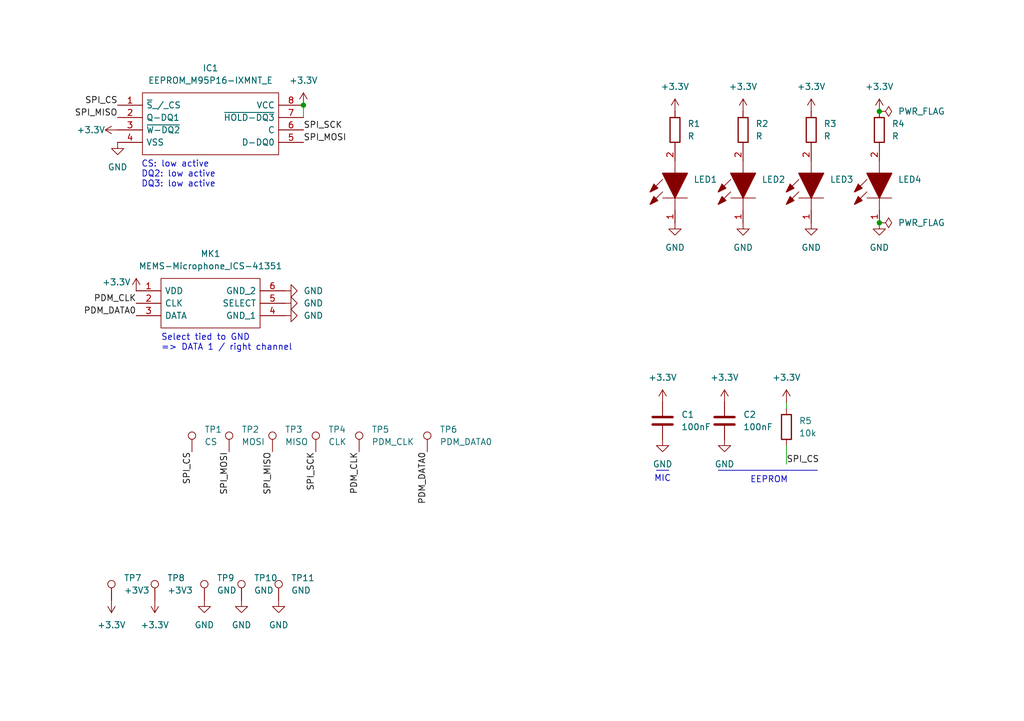
<source format=kicad_sch>
(kicad_sch (version 20231120) (generator "eeschema") (generator_version "8.0")
  (paper "A5")
  (lib_symbols
    (symbol "BAT_Library:EEPROM_M95P16-IXMNT_E" (pin_names (offset 0.762))
      (property "Reference" "IC" (at 34.29 7.62 0))
      (property "Value" "EEPROM_M95P16-IXMNT_E" (at 34.29 5.08 0))
      (symbol "EEPROM_M95P16-IXMNT_E_0_0"
        (pin passive line (at 0 -2.54 0) (length 5.08) (name "Q-DQ1") (number "2"))
        (pin passive line (at 0 -5.08 0) (length 5.08) (name "~{W-DQ2}") (number "3"))
        (pin passive line (at 0 -7.62 0) (length 5.08) (name "VSS") (number "4"))
        (pin passive line (at 38.1 -7.62 180) (length 5.08) (name "D-DQ0") (number "5"))
        (pin passive line (at 38.1 -5.08 180) (length 5.08) (name "C") (number "6"))
        (pin passive line (at 38.1 -2.54 180) (length 5.08) (name "~{HOLD-DQ3}") (number "7"))
        (pin passive line (at 38.1 0 180) (length 5.08) (name "VCC") (number "8"))
      )
      (symbol "EEPROM_M95P16-IXMNT_E_0_1"
        (polyline (pts (xy 5.08 2.54) (xy 33.02 2.54) (xy 33.02 -10.16) (xy 5.08 -10.16) (xy 5.08 2.54)) (stroke (width 0.1524)))
      )
      (symbol "EEPROM_M95P16-IXMNT_E_1_0"
        (pin passive line (at 0 0 0) (length 5.08) (name "~{S}_/_CS") (number "1"))
      )
    )
    (symbol "BAT_Library:LED_XZCM2CRK53WA-8VF" (pin_names (offset 0.762))
      (property "Reference" "LED" (at 12.7 8.89 0))
      (property "Value" "LED_XZCM2CRK53WA-8VF" (at 12.7 6.35 0))
      (symbol "LED_XZCM2CRK53WA-8VF_0_0"
        (pin passive line (at 0 0 0) (length 2.54) (name "~") (number "1"))
        (pin passive line (at 15.24 0 180) (length 2.54) (name "~") (number "2"))
      )
      (symbol "LED_XZCM2CRK53WA-8VF_0_1"
        (polyline (pts (xy 2.54 0) (xy 5.08 0)) (stroke (width 0.1524)))
        (polyline (pts (xy 5.08 2.54) (xy 5.08 -2.54)) (stroke (width 0.1524)))
        (polyline (pts (xy 6.35 2.54) (xy 3.81 5.08)) (stroke (width 0.1524)))
        (polyline (pts (xy 8.89 2.54) (xy 6.35 5.08)) (stroke (width 0.1524)))
        (polyline (pts (xy 10.16 0) (xy 12.7 0)) (stroke (width 0.1524)))
        (polyline (pts (xy 5.08 0) (xy 10.16 2.54) (xy 10.16 -2.54) (xy 5.08 0)) (stroke (width 0.254)) (fill (type outline)))
        (polyline (pts (xy 5.334 4.318) (xy 4.572 3.556) (xy 3.81 5.08) (xy 5.334 4.318)) (stroke (width 0.254)) (fill (type outline)))
        (polyline (pts (xy 7.874 4.318) (xy 7.112 3.556) (xy 6.35 5.08) (xy 7.874 4.318)) (stroke (width 0.254)) (fill (type outline)))
      )
    )
    (symbol "BAT_Library:MEMS-Microphone_ICS-41351" (pin_names (offset 0.762))
      (property "Reference" "MK" (at 26.67 7.62 0))
      (property "Value" "MEMS-Microphone_ICS-41351" (at 26.67 5.08 0))
      (symbol "MEMS-Microphone_ICS-41351_0_0"
        (pin passive line (at 0 0 0) (length 5.08) (name "VDD") (number "1"))
        (pin passive line (at 0 -2.54 0) (length 5.08) (name "CLK") (number "2"))
        (pin passive line (at 0 -5.08 0) (length 5.08) (name "DATA") (number "3"))
        (pin passive line (at 30.48 -5.08 180) (length 5.08) (name "GND_1") (number "4"))
        (pin passive line (at 30.48 -2.54 180) (length 5.08) (name "SELECT") (number "5"))
        (pin passive line (at 30.48 0 180) (length 5.08) (name "GND_2") (number "6"))
      )
      (symbol "MEMS-Microphone_ICS-41351_0_1"
        (polyline (pts (xy 5.08 2.54) (xy 25.4 2.54) (xy 25.4 -7.62) (xy 5.08 -7.62) (xy 5.08 2.54)) (stroke (width 0.1524)))
      )
    )
    (symbol "BAT_Library:TestPoint" (pin_numbers hide) (pin_names (offset 0.762) hide)
      (property "Reference" "TP" (at 0 6.858 0))
      (property "Value" "TestPoint" (at 0 5.08 0))
      (symbol "TestPoint_0_1"
        (circle (center 0 3.302) (radius 0.762))
      )
      (symbol "TestPoint_1_1"
        (pin passive line (at 0 0 90) (length 2.54) (name "1") (number "1"))
      )
    )
    (symbol "Device:C" (pin_numbers hide) (pin_names (offset 0.254))
      (property "Reference" "C" (at 0.635 2.54 0))
      (property "Value" "C" (at 0.635 -2.54 0))
      (symbol "C_0_1"
        (polyline (pts (xy -2.032 -0.762) (xy 2.032 -0.762)) (stroke (width 0.508)))
        (polyline (pts (xy -2.032 0.762) (xy 2.032 0.762)) (stroke (width 0.508)))
      )
      (symbol "C_1_1"
        (pin passive line (at 0 3.81 270) (length 2.794) (name "~") (number "1"))
        (pin passive line (at 0 -3.81 90) (length 2.794) (name "~") (number "2"))
      )
    )
    (symbol "Device:R" (pin_numbers hide) (pin_names (offset 0))
      (property "Reference" "R" (at 2.032 0 90))
      (property "Value" "R" (at 0 0 90))
      (symbol "R_0_1"
        (rectangle (start -1.016 -2.54) (end 1.016 2.54) (stroke (width 0.254)))
      )
      (symbol "R_1_1"
        (pin passive line (at 0 3.81 270) (length 1.27) (name "~") (number "1"))
        (pin passive line (at 0 -3.81 90) (length 1.27) (name "~") (number "2"))
      )
    )
    (symbol "power:+3.3V" (power) (pin_numbers hide) (pin_names (offset 0) hide)
      (property "Value" "+3.3V" (at 0 3.556 0))
      (symbol "+3.3V_0_1"
        (polyline (pts (xy -0.762 1.27) (xy 0 2.54)))
        (polyline (pts (xy 0 0) (xy 0 2.54)))
        (polyline (pts (xy 0 2.54) (xy 0.762 1.27)))
      )
      (symbol "+3.3V_1_1"
        (pin power_in line (at 0 0 90) (length 0) (name "~") (number "1"))
      )
    )
    (symbol "power:GND" (power) (pin_numbers hide) (pin_names (offset 0) hide)
      (property "Value" "GND" (at 0 -3.81 0))
      (symbol "GND_0_1"
        (polyline (pts (xy 0 0) (xy 0 -1.27) (xy 1.27 -1.27) (xy 0 -2.54) (xy -1.27 -1.27) (xy 0 -1.27)))
      )
      (symbol "GND_1_1"
        (pin power_in line (at 0 0 270) (length 0) (name "~") (number "1"))
      )
    )
    (symbol "power:PWR_FLAG" (power) (pin_numbers hide) (pin_names (offset 0) hide)
      (property "Value" "PWR_FLAG" (at 0 3.81 0))
      (symbol "PWR_FLAG_0_0"
        (pin power_out line (at 0 0 90) (length 0) (name "~") (number "1"))
      )
      (symbol "PWR_FLAG_0_1"
        (polyline (pts (xy 0 0) (xy 0 1.27) (xy -1.016 1.905) (xy 0 2.54) (xy 1.016 1.905) (xy 0 1.27)))
      )
    )
  )
  (junction (at 62.23 21.59))
  (junction (at 180.34 22.86))
  (junction (at 180.34 45.72))
  (wire (pts (xy 161.29 95.25) (xy 161.29 91.44)))
  (wire (pts (xy 161.29 82.55) (xy 161.29 83.82)))
  (wire (pts (xy 62.23 21.59) (xy 62.23 24.13)))
  (polyline (pts (xy 134.62 96.52) (xy 137.16 96.52)))
  (polyline (pts (xy 147.32 96.52) (xy 167.64 96.52)))
  (text "Select tied to GND\n=> DATA 1 / right channel" (at 33.02 70.358 0) (effects (font (size 1.27 1.27)) (justify left)))
  (text "MIC" (at 135.89 98.298 0) (effects (font (size 1.27 1.27))))
  (text "CS: low active\nDQ2: low active\nDQ3: low active" (at 28.956 35.814 0) (effects (font (size 1.27 1.27)) (justify left)))
  (text "EEPROM" (at 157.734 98.552 0) (effects (font (size 1.27 1.27))))
  (label "PDM_DATA0" (at 87.63 92.71 270))
  (label "SPI_MISO" (at 24.13 24.13 180))
  (label "SPI_CS" (at 161.29 95.25 0))
  (label "SPI_MISO" (at 55.88 92.71 270))
  (label "SPI_SCK" (at 62.23 26.67 0))
  (label "SPI_MOSI" (at 46.99 92.71 270))
  (label "PDM_CLK" (at 73.66 92.71 270))
  (label "SPI_MOSI" (at 62.23 29.21 0))
  (label "SPI_CS" (at 39.37 92.71 270))
  (label "PDM_CLK" (at 27.94 62.23 180))
  (label "SPI_CS" (at 24.13 21.59 180))
  (label "SPI_SCK" (at 64.77 92.71 270))
  (label "PDM_DATA0" (at 27.94 64.77 180))
  (symbol (lib_id "BAT_Library:TestPoint") (at 87.63 92.71 0) (unit 1)
    (property "Reference" "TP6" (at 90.17 88.1379 0) (effects (justify left)))
    (property "Value" "PDM_DATA0" (at 90.17 90.6779 0) (effects (justify left)))
    (property "Footprint" "footprints:TestPoint_Pad_1.5x1.5mm" (effects (hide yes)))
    (property "Description" "test point" (effects (hide yes)))
  )
  (symbol (lib_id "power:GND") (at 166.37 45.72 0) (unit 1)
    (property "Reference" "#PWR010" (effects (hide yes)))
    (property "Value" "GND" (at 166.37 50.8 0))
    (property "Description" "Power symbol creates a global label with name \"GND\" , ground" (effects (hide yes)))
  )
  (symbol (lib_id "power:GND") (at 138.43 45.72 0) (unit 1)
    (property "Reference" "#PWR08" (effects (hide yes)))
    (property "Value" "GND" (at 138.43 50.8 0))
    (property "Description" "Power symbol creates a global label with name \"GND\" , ground" (effects (hide yes)))
  )
  (symbol (lib_id "power:+3.3V") (at 180.34 22.86 0) (unit 1)
    (property "Reference" "#PWR05" (effects (hide yes)))
    (property "Value" "+3.3V" (at 180.34 17.78 0))
    (property "Description" "Power symbol creates a global label with name \"+3.3V\"" (effects (hide yes)))
  )
  (symbol (lib_id "power:GND") (at 180.34 45.72 0) (unit 1)
    (property "Reference" "#PWR011" (effects (hide yes)))
    (property "Value" "GND" (at 180.34 50.8 0))
    (property "Description" "Power symbol creates a global label with name \"GND\" , ground" (effects (hide yes)))
  )
  (symbol (lib_id "power:GND") (at 58.42 64.77 90) (unit 1)
    (property "Reference" "#PWR015" (effects (hide yes)))
    (property "Value" "GND" (at 62.23 64.7699 90) (effects (justify right)))
    (property "Description" "Power symbol creates a global label with name \"GND\" , ground" (effects (hide yes)))
  )
  (symbol (lib_id "BAT_Library:TestPoint") (at 22.86 123.19 0) (unit 1)
    (property "Reference" "TP7" (at 25.4 118.6179 0) (effects (justify left)))
    (property "Value" "+3V3" (at 25.4 121.1579 0) (effects (justify left)))
    (property "Footprint" "footprints:TestPoint_Pad_1.5x1.5mm" (effects (hide yes)))
    (property "Description" "test point" (effects (hide yes)))
  )
  (symbol (lib_id "BAT_Library:LED_XZCM2CRK53WA-8VF") (at 180.34 45.72 90) (unit 1)
    (property "Reference" "LED4" (at 184.15 36.8299 90) (effects (justify right)))
    (property "Value" "LED_XZCM2CRK53WA-8VF" (effects (hide yes)))
    (property "Footprint" "footprints:LEDM168X110N" (effects (hide yes)))
    (property "Datasheet" "https://datasheet.datasheetarchive.com/originals/distributors/Datasheets_SAMA/e996e994ade8bc327c2da19cfbdeeadc.pdf" (effects (hide yes)))
    (property "Description" "1.6X0.8MM LC RED PIXSOLED DOME S" (effects (hide yes)))
    (property "Height" "1.1" (effects (hide yes)))
    (property "Manufacturer_Name" "SunLED" (effects (hide yes)))
    (property "Manufacturer_Part_Number" "XZCM2CRK53WA-8VF" (effects (hide yes)))
  )
  (symbol (lib_id "power:GND") (at 49.53 123.19 0) (unit 1)
    (property "Reference" "#PWR024" (effects (hide yes)))
    (property "Value" "GND" (at 49.53 128.27 0))
    (property "Description" "Power symbol creates a global label with name \"GND\" , ground" (effects (hide yes)))
  )
  (symbol (lib_id "BAT_Library:TestPoint") (at 73.66 92.71 0) (unit 1)
    (property "Reference" "TP5" (at 76.2 88.1379 0) (effects (justify left)))
    (property "Value" "PDM_CLK" (at 76.2 90.6779 0) (effects (justify left)))
    (property "Footprint" "footprints:TestPoint_Pad_1.5x1.5mm" (effects (hide yes)))
    (property "Description" "test point" (effects (hide yes)))
  )
  (symbol (lib_id "BAT_Library:LED_XZCM2CRK53WA-8VF") (at 152.4 45.72 90) (unit 1)
    (property "Reference" "LED2" (at 156.21 36.8299 90) (effects (justify right)))
    (property "Value" "LED_XZCM2CRK53WA-8VF" (effects (hide yes)))
    (property "Footprint" "footprints:LEDM168X110N" (effects (hide yes)))
    (property "Datasheet" "https://datasheet.datasheetarchive.com/originals/distributors/Datasheets_SAMA/e996e994ade8bc327c2da19cfbdeeadc.pdf" (effects (hide yes)))
    (property "Description" "1.6X0.8MM LC RED PIXSOLED DOME S" (effects (hide yes)))
    (property "Height" "1.1" (effects (hide yes)))
    (property "Manufacturer_Name" "SunLED" (effects (hide yes)))
    (property "Manufacturer_Part_Number" "XZCM2CRK53WA-8VF" (effects (hide yes)))
  )
  (symbol (lib_id "Device:R") (at 152.4 26.67 0) (unit 1)
    (property "Reference" "R2" (at 154.94 25.3999 0) (effects (justify left)))
    (property "Value" "R" (at 154.94 27.9399 0) (effects (justify left)))
    (property "Footprint" "Resistor_SMD:R_0603_1608Metric_Pad0.98x0.95mm_HandSolder" (effects (hide yes)))
    (property "Description" "Resistor" (effects (hide yes)))
  )
  (symbol (lib_id "power:PWR_FLAG") (at 180.34 22.86 270) (unit 1)
    (property "Reference" "#FLG01" (effects (hide yes)))
    (property "Value" "PWR_FLAG" (at 184.15 22.8599 90) (effects (justify left)))
    (property "Description" "Special symbol for telling ERC where power comes from" (effects (hide yes)))
  )
  (symbol (lib_id "Device:C") (at 135.89 86.36 0) (unit 1)
    (property "Reference" "C1" (at 139.7 85.0899 0) (effects (justify left)))
    (property "Value" "100nF" (at 139.7 87.6299 0) (effects (justify left)))
    (property "Footprint" "Capacitor_SMD:C_0603_1608Metric_Pad1.08x0.95mm_HandSolder" (effects (hide yes)))
    (property "Description" "Unpolarized capacitor" (effects (hide yes)))
  )
  (symbol (lib_id "power:+3.3V") (at 152.4 22.86 0) (unit 1)
    (property "Reference" "#PWR03" (effects (hide yes)))
    (property "Value" "+3.3V" (at 152.4 17.78 0))
    (property "Description" "Power symbol creates a global label with name \"+3.3V\"" (effects (hide yes)))
  )
  (symbol (lib_id "power:GND") (at 135.89 90.17 0) (unit 1)
    (property "Reference" "#PWR019" (effects (hide yes)))
    (property "Value" "GND" (at 135.89 95.25 0))
    (property "Description" "Power symbol creates a global label with name \"GND\" , ground" (effects (hide yes)))
  )
  (symbol (lib_id "BAT_Library:LED_XZCM2CRK53WA-8VF") (at 138.43 45.72 90) (unit 1)
    (property "Reference" "LED1" (at 142.24 36.8299 90) (effects (justify right)))
    (property "Value" "LED_XZCM2CRK53WA-8VF" (effects (hide yes)))
    (property "Footprint" "footprints:LEDM168X110N" (effects (hide yes)))
    (property "Datasheet" "https://datasheet.datasheetarchive.com/originals/distributors/Datasheets_SAMA/e996e994ade8bc327c2da19cfbdeeadc.pdf" (effects (hide yes)))
    (property "Description" "1.6X0.8MM LC RED PIXSOLED DOME S" (effects (hide yes)))
    (property "Height" "1.1" (effects (hide yes)))
    (property "Manufacturer_Name" "SunLED" (effects (hide yes)))
    (property "Manufacturer_Part_Number" "XZCM2CRK53WA-8VF" (effects (hide yes)))
  )
  (symbol (lib_id "BAT_Library:TestPoint") (at 41.91 123.19 0) (unit 1)
    (property "Reference" "TP9" (at 44.45 118.6179 0) (effects (justify left)))
    (property "Value" "GND" (at 44.45 121.1579 0) (effects (justify left)))
    (property "Footprint" "footprints:TestPoint_Pad_1.5x1.5mm" (effects (hide yes)))
    (property "Description" "test point" (effects (hide yes)))
  )
  (symbol (lib_id "power:GND") (at 58.42 62.23 90) (unit 1)
    (property "Reference" "#PWR014" (effects (hide yes)))
    (property "Value" "GND" (at 62.23 62.2299 90) (effects (justify right)))
    (property "Description" "Power symbol creates a global label with name \"GND\" , ground" (effects (hide yes)))
  )
  (symbol (lib_id "BAT_Library:TestPoint") (at 46.99 92.71 0) (unit 1)
    (property "Reference" "TP2" (at 49.53 88.1379 0) (effects (justify left)))
    (property "Value" "MOSI" (at 49.53 90.6779 0) (effects (justify left)))
    (property "Footprint" "footprints:TestPoint_Pad_1.5x1.5mm" (effects (hide yes)))
    (property "Description" "test point" (effects (hide yes)))
  )
  (symbol (lib_id "Device:R") (at 161.29 87.63 0) (unit 1)
    (property "Reference" "R5" (at 163.83 86.3599 0) (effects (justify left)))
    (property "Value" "10k" (at 163.83 88.8999 0) (effects (justify left)))
    (property "Footprint" "Resistor_SMD:R_0603_1608Metric_Pad0.98x0.95mm_HandSolder" (effects (hide yes)))
    (property "Description" "Resistor" (effects (hide yes)))
  )
  (symbol (lib_id "BAT_Library:EEPROM_M95P16-IXMNT_E") (at 24.13 21.59 0) (unit 1)
    (property "Reference" "IC1" (at 43.18 13.97 0))
    (property "Value" "EEPROM_M95P16-IXMNT_E" (at 43.18 16.51 0))
    (property "Footprint" "footprints:EEPROM_SOIC127P600X175-8L" (effects (hide yes)))
    (property "Datasheet" "https://www.st.com/resource/en/datasheet/m95p16-i.pdf" (effects (hide yes)))
    (property "Description" "Ultra low-power 16 Mbit Serial SPI Page EEPROM" (effects (hide yes)))
    (property "Height" "1.75" (effects (hide yes)))
    (property "Mouser Part Number" "511-M95P16-IXMNT/E" (effects (hide yes)))
    (property "Mouser Price/Stock" "https://www.mouser.co.uk/ProductDetail/STMicroelectronics/M95P16-IXMNT-E?qs=rQFj71Wb1eV9LflyHvgrDg%3D%3D" (effects (hide yes)))
    (property "Manufacturer_Name" "STMicroelectronics" (effects (hide yes)))
    (property "Manufacturer_Part_Number" "M95P16-IXMNT/E" (effects (hide yes)))
  )
  (symbol (lib_id "power:+3.3V") (at 161.29 82.55 0) (unit 1)
    (property "Reference" "#PWR018" (effects (hide yes)))
    (property "Value" "+3.3V" (at 161.29 77.47 0))
    (property "Description" "Power symbol creates a global label with name \"+3.3V\"" (effects (hide yes)))
  )
  (symbol (lib_id "power:+3.3V") (at 62.23 21.59 0) (unit 1)
    (property "Reference" "#PWR01" (effects (hide yes)))
    (property "Value" "+3.3V" (at 62.23 16.51 0))
    (property "Description" "Power symbol creates a global label with name \"+3.3V\"" (effects (hide yes)))
  )
  (symbol (lib_id "BAT_Library:TestPoint") (at 55.88 92.71 0) (unit 1)
    (property "Reference" "TP3" (at 58.42 88.1379 0) (effects (justify left)))
    (property "Value" "MISO" (at 58.42 90.6779 0) (effects (justify left)))
    (property "Footprint" "footprints:TestPoint_Pad_1.5x1.5mm" (effects (hide yes)))
    (property "Description" "test point" (effects (hide yes)))
  )
  (symbol (lib_id "power:+3.3V") (at 31.75 123.19 180) (unit 1)
    (property "Reference" "#PWR022" (effects (hide yes)))
    (property "Value" "+3.3V" (at 31.75 128.27 0))
    (property "Description" "Power symbol creates a global label with name \"+3.3V\"" (effects (hide yes)))
  )
  (symbol (lib_id "power:+3.3V") (at 166.37 22.86 0) (unit 1)
    (property "Reference" "#PWR04" (effects (hide yes)))
    (property "Value" "+3.3V" (at 166.37 17.78 0))
    (property "Description" "Power symbol creates a global label with name \"+3.3V\"" (effects (hide yes)))
  )
  (symbol (lib_id "Device:C") (at 148.59 86.36 0) (unit 1)
    (property "Reference" "C2" (at 152.4 85.0899 0) (effects (justify left)))
    (property "Value" "100nF" (at 152.4 87.6299 0) (effects (justify left)))
    (property "Footprint" "Capacitor_SMD:C_0603_1608Metric_Pad1.08x0.95mm_HandSolder" (effects (hide yes)))
    (property "Description" "Unpolarized capacitor" (effects (hide yes)))
  )
  (symbol (lib_id "BAT_Library:TestPoint") (at 31.75 123.19 0) (unit 1)
    (property "Reference" "TP8" (at 34.29 118.6179 0) (effects (justify left)))
    (property "Value" "+3V3" (at 34.29 121.1579 0) (effects (justify left)))
    (property "Footprint" "footprints:TestPoint_Pad_1.5x1.5mm" (effects (hide yes)))
    (property "Description" "test point" (effects (hide yes)))
  )
  (symbol (lib_id "Device:R") (at 180.34 26.67 0) (unit 1)
    (property "Reference" "R4" (at 182.88 25.3999 0) (effects (justify left)))
    (property "Value" "R" (at 182.88 27.9399 0) (effects (justify left)))
    (property "Footprint" "Resistor_SMD:R_0603_1608Metric_Pad0.98x0.95mm_HandSolder" (effects (hide yes)))
    (property "Description" "Resistor" (effects (hide yes)))
  )
  (symbol (lib_id "power:GND") (at 24.13 29.21 0) (unit 1)
    (property "Reference" "#PWR07" (effects (hide yes)))
    (property "Value" "GND" (at 26.162 34.29 0) (effects (justify right)))
    (property "Description" "Power symbol creates a global label with name \"GND\" , ground" (effects (hide yes)))
  )
  (symbol (lib_id "BAT_Library:LED_XZCM2CRK53WA-8VF") (at 166.37 45.72 90) (unit 1)
    (property "Reference" "LED3" (at 170.18 36.8299 90) (effects (justify right)))
    (property "Value" "LED_XZCM2CRK53WA-8VF" (effects (hide yes)))
    (property "Footprint" "footprints:LEDM168X110N" (effects (hide yes)))
    (property "Datasheet" "https://datasheet.datasheetarchive.com/originals/distributors/Datasheets_SAMA/e996e994ade8bc327c2da19cfbdeeadc.pdf" (effects (hide yes)))
    (property "Description" "1.6X0.8MM LC RED PIXSOLED DOME S" (effects (hide yes)))
    (property "Height" "1.1" (effects (hide yes)))
    (property "Manufacturer_Name" "SunLED" (effects (hide yes)))
    (property "Manufacturer_Part_Number" "XZCM2CRK53WA-8VF" (effects (hide yes)))
  )
  (symbol (lib_id "power:GND") (at 148.59 90.17 0) (unit 1)
    (property "Reference" "#PWR020" (effects (hide yes)))
    (property "Value" "GND" (at 148.59 95.25 0))
    (property "Description" "Power symbol creates a global label with name \"GND\" , ground" (effects (hide yes)))
  )
  (symbol (lib_id "power:GND") (at 41.91 123.19 0) (unit 1)
    (property "Reference" "#PWR023" (effects (hide yes)))
    (property "Value" "GND" (at 41.91 128.27 0))
    (property "Description" "Power symbol creates a global label with name \"GND\" , ground" (effects (hide yes)))
  )
  (symbol (lib_id "power:+3.3V") (at 135.89 82.55 0) (unit 1)
    (property "Reference" "#PWR016" (effects (hide yes)))
    (property "Value" "+3.3V" (at 135.89 77.47 0))
    (property "Description" "Power symbol creates a global label with name \"+3.3V\"" (effects (hide yes)))
  )
  (symbol (lib_id "BAT_Library:MEMS-Microphone_ICS-41351") (at 27.94 59.69 0) (unit 1)
    (property "Reference" "MK1" (at 43.18 52.07 0))
    (property "Value" "MEMS-Microphone_ICS-41351" (at 43.18 54.61 0))
    (property "Footprint" "footprints:MEMS-Mikrofon_ICS41351" (effects (hide yes)))
    (property "Datasheet" "https://product.tdk.com/system/files/dam/doc/product/sw_piezo/mic/mems-mic/data_sheet/ds-000157-ics-41351-v1.1.pdf" (effects (hide yes)))
    (property "Description" "50 Hz ~{} 20 kHz Digital, PDM Microphone MEMS (Silicon) Omnidirectional (-26dB +/-1dB @ 94dB SPL) Solder Pads" (effects (hide yes)))
    (property "Height" "1.08" (effects (hide yes)))
    (property "Mouser Part Number" "410-ICS-41351" (effects (hide yes)))
    (property "Mouser Price/Stock" "https://www.mouser.co.uk/ProductDetail/TDK-InvenSense/ICS-41351?qs=%252B6g0mu59x7LDJ1mBnROZzA%3D%3D" (effects (hide yes)))
    (property "Manufacturer_Name" "TDK" (effects (hide yes)))
    (property "Manufacturer_Part_Number" "ICS-41351" (effects (hide yes)))
  )
  (symbol (lib_id "BAT_Library:TestPoint") (at 57.15 123.19 0) (unit 1)
    (property "Reference" "TP11" (at 59.69 118.6179 0) (effects (justify left)))
    (property "Value" "GND" (at 59.69 121.1579 0) (effects (justify left)))
    (property "Footprint" "footprints:TestPoint_Pad_1.5x1.5mm" (effects (hide yes)))
    (property "Description" "test point" (effects (hide yes)))
  )
  (symbol (lib_id "power:PWR_FLAG") (at 180.34 45.72 270) (unit 1)
    (property "Reference" "#FLG02" (effects (hide yes)))
    (property "Value" "PWR_FLAG" (at 184.15 45.7199 90) (effects (justify left)))
    (property "Description" "Special symbol for telling ERC where power comes from" (effects (hide yes)))
  )
  (symbol (lib_id "power:GND") (at 57.15 123.19 0) (unit 1)
    (property "Reference" "#PWR025" (effects (hide yes)))
    (property "Value" "GND" (at 57.15 128.27 0))
    (property "Description" "Power symbol creates a global label with name \"GND\" , ground" (effects (hide yes)))
  )
  (symbol (lib_id "Device:R") (at 138.43 26.67 0) (unit 1)
    (property "Reference" "R1" (at 140.97 25.3999 0) (effects (justify left)))
    (property "Value" "R" (at 140.97 27.9399 0) (effects (justify left)))
    (property "Footprint" "Resistor_SMD:R_0603_1608Metric_Pad0.98x0.95mm_HandSolder" (effects (hide yes)))
    (property "Description" "Resistor" (effects (hide yes)))
  )
  (symbol (lib_id "power:+3.3V") (at 22.86 123.19 180) (unit 1)
    (property "Reference" "#PWR021" (effects (hide yes)))
    (property "Value" "+3.3V" (at 22.86 128.27 0))
    (property "Description" "Power symbol creates a global label with name \"+3.3V\"" (effects (hide yes)))
  )
  (symbol (lib_id "power:+3.3V") (at 148.59 82.55 0) (unit 1)
    (property "Reference" "#PWR017" (effects (hide yes)))
    (property "Value" "+3.3V" (at 148.59 77.47 0))
    (property "Description" "Power symbol creates a global label with name \"+3.3V\"" (effects (hide yes)))
  )
  (symbol (lib_id "power:GND") (at 152.4 45.72 0) (unit 1)
    (property "Reference" "#PWR09" (effects (hide yes)))
    (property "Value" "GND" (at 152.4 50.8 0))
    (property "Description" "Power symbol creates a global label with name \"GND\" , ground" (effects (hide yes)))
  )
  (symbol (lib_id "power:+3.3V") (at 27.94 59.69 0) (unit 1)
    (property "Reference" "#PWR012" (effects (hide yes)))
    (property "Value" "+3.3V" (at 23.876 57.912 0))
    (property "Description" "Power symbol creates a global label with name \"+3.3V\"" (effects (hide yes)))
  )
  (symbol (lib_id "BAT_Library:TestPoint") (at 64.77 92.71 0) (unit 1)
    (property "Reference" "TP4" (at 67.31 88.1379 0) (effects (justify left)))
    (property "Value" "CLK" (at 67.31 90.6779 0) (effects (justify left)))
    (property "Footprint" "footprints:TestPoint_Pad_1.5x1.5mm" (effects (hide yes)))
    (property "Description" "test point" (effects (hide yes)))
  )
  (symbol (lib_id "BAT_Library:TestPoint") (at 39.37 92.71 0) (unit 1)
    (property "Reference" "TP1" (at 41.91 88.1379 0) (effects (justify left)))
    (property "Value" "CS" (at 41.91 90.6779 0) (effects (justify left)))
    (property "Footprint" "footprints:TestPoint_Pad_1.5x1.5mm" (effects (hide yes)))
    (property "Description" "test point" (effects (hide yes)))
  )
  (symbol (lib_id "power:GND") (at 58.42 59.69 90) (unit 1)
    (property "Reference" "#PWR013" (effects (hide yes)))
    (property "Value" "GND" (at 62.23 59.6899 90) (effects (justify right)))
    (property "Description" "Power symbol creates a global label with name \"GND\" , ground" (effects (hide yes)))
  )
  (symbol (lib_id "power:+3.3V") (at 138.43 22.86 0) (unit 1)
    (property "Reference" "#PWR02" (effects (hide yes)))
    (property "Value" "+3.3V" (at 138.43 17.78 0))
    (property "Description" "Power symbol creates a global label with name \"+3.3V\"" (effects (hide yes)))
  )
  (symbol (lib_id "Device:R") (at 166.37 26.67 0) (unit 1)
    (property "Reference" "R3" (at 168.91 25.3999 0) (effects (justify left)))
    (property "Value" "R" (at 168.91 27.9399 0) (effects (justify left)))
    (property "Footprint" "Resistor_SMD:R_0603_1608Metric_Pad0.98x0.95mm_HandSolder" (effects (hide yes)))
    (property "Description" "Resistor" (effects (hide yes)))
  )
  (symbol (lib_id "BAT_Library:TestPoint") (at 49.53 123.19 0) (unit 1)
    (property "Reference" "TP10" (at 52.07 118.6179 0) (effects (justify left)))
    (property "Value" "GND" (at 52.07 121.1579 0) (effects (justify left)))
    (property "Footprint" "footprints:TestPoint_Pad_1.5x1.5mm" (effects (hide yes)))
    (property "Description" "test point" (effects (hide yes)))
  )
  (symbol (lib_id "power:+3.3V") (at 24.13 26.67 90) (unit 1)
    (property "Reference" "#PWR06" (effects (hide yes)))
    (property "Value" "+3.3V" (at 21.59 26.6699 90) (effects (justify left)))
    (property "Description" "Power symbol creates a global label with name \"+3.3V\"" (effects (hide yes)))
  )
)
</source>
